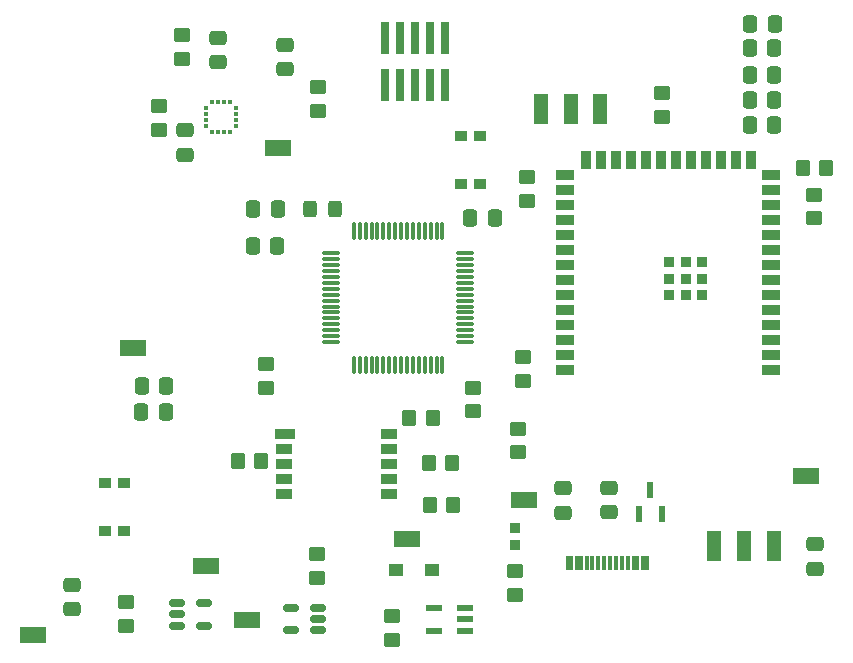
<source format=gbr>
%TF.GenerationSoftware,KiCad,Pcbnew,8.0.7*%
%TF.CreationDate,2024-12-23T22:44:15-05:00*%
%TF.ProjectId,OverSoon,4f766572-536f-46f6-9e2e-6b696361645f,rev?*%
%TF.SameCoordinates,Original*%
%TF.FileFunction,Paste,Top*%
%TF.FilePolarity,Positive*%
%FSLAX46Y46*%
G04 Gerber Fmt 4.6, Leading zero omitted, Abs format (unit mm)*
G04 Created by KiCad (PCBNEW 8.0.7) date 2024-12-23 22:44:15*
%MOMM*%
%LPD*%
G01*
G04 APERTURE LIST*
G04 Aperture macros list*
%AMRoundRect*
0 Rectangle with rounded corners*
0 $1 Rounding radius*
0 $2 $3 $4 $5 $6 $7 $8 $9 X,Y pos of 4 corners*
0 Add a 4 corners polygon primitive as box body*
4,1,4,$2,$3,$4,$5,$6,$7,$8,$9,$2,$3,0*
0 Add four circle primitives for the rounded corners*
1,1,$1+$1,$2,$3*
1,1,$1+$1,$4,$5*
1,1,$1+$1,$6,$7*
1,1,$1+$1,$8,$9*
0 Add four rect primitives between the rounded corners*
20,1,$1+$1,$2,$3,$4,$5,0*
20,1,$1+$1,$4,$5,$6,$7,0*
20,1,$1+$1,$6,$7,$8,$9,0*
20,1,$1+$1,$8,$9,$2,$3,0*%
G04 Aperture macros list end*
%ADD10RoundRect,0.250000X-0.475000X0.337500X-0.475000X-0.337500X0.475000X-0.337500X0.475000X0.337500X0*%
%ADD11RoundRect,0.250000X-0.337500X-0.475000X0.337500X-0.475000X0.337500X0.475000X-0.337500X0.475000X0*%
%ADD12RoundRect,0.250000X0.450000X-0.350000X0.450000X0.350000X-0.450000X0.350000X-0.450000X-0.350000X0*%
%ADD13R,0.930000X0.910000*%
%ADD14RoundRect,0.250000X0.350000X0.450000X-0.350000X0.450000X-0.350000X-0.450000X0.350000X-0.450000X0*%
%ADD15RoundRect,0.250000X-0.450000X0.350000X-0.450000X-0.350000X0.450000X-0.350000X0.450000X0.350000X0*%
%ADD16RoundRect,0.250000X0.475000X-0.337500X0.475000X0.337500X-0.475000X0.337500X-0.475000X-0.337500X0*%
%ADD17R,0.450000X0.300000*%
%ADD18R,0.300000X0.450000*%
%ADD19R,1.200000X2.500000*%
%ADD20R,0.558800X1.320800*%
%ADD21R,1.676400X0.863600*%
%ADD22R,1.422400X0.863600*%
%ADD23R,2.200000X1.400000*%
%ADD24RoundRect,0.250000X-0.350000X-0.450000X0.350000X-0.450000X0.350000X0.450000X-0.350000X0.450000X0*%
%ADD25R,0.650000X2.760000*%
%ADD26RoundRect,0.150000X-0.512500X-0.150000X0.512500X-0.150000X0.512500X0.150000X-0.512500X0.150000X0*%
%ADD27R,1.500000X0.900000*%
%ADD28R,0.900000X1.500000*%
%ADD29R,0.900000X0.900000*%
%ADD30RoundRect,0.250000X0.325000X0.450000X-0.325000X0.450000X-0.325000X-0.450000X0.325000X-0.450000X0*%
%ADD31R,1.320800X0.508000*%
%ADD32R,0.990600X0.889000*%
%ADD33RoundRect,0.150000X0.512500X0.150000X-0.512500X0.150000X-0.512500X-0.150000X0.512500X-0.150000X0*%
%ADD34RoundRect,0.250000X0.337500X0.475000X-0.337500X0.475000X-0.337500X-0.475000X0.337500X-0.475000X0*%
%ADD35RoundRect,0.075000X-0.662500X-0.075000X0.662500X-0.075000X0.662500X0.075000X-0.662500X0.075000X0*%
%ADD36RoundRect,0.075000X-0.075000X-0.662500X0.075000X-0.662500X0.075000X0.662500X-0.075000X0.662500X0*%
%ADD37R,0.300000X1.150000*%
%ADD38R,1.143000X1.092200*%
G04 APERTURE END LIST*
D10*
%TO.C,C3*%
X217246200Y-137980600D03*
X217246200Y-140055600D03*
%TD*%
D11*
%TO.C,C11*%
X209346800Y-115138200D03*
X211421800Y-115138200D03*
%TD*%
D12*
%TO.C,R15*%
X213817200Y-128879600D03*
X213817200Y-126879600D03*
%TD*%
D13*
%TO.C,D1*%
X213106000Y-141304200D03*
X213106000Y-142824200D03*
%TD*%
D14*
%TO.C,R12*%
X239496600Y-110871000D03*
X237496600Y-110871000D03*
%TD*%
D15*
%TO.C,R13*%
X225577400Y-104546400D03*
X225577400Y-106546400D03*
%TD*%
D16*
%TO.C,C9*%
X187960000Y-101904800D03*
X187960000Y-99829800D03*
%TD*%
D17*
%TO.C,U6*%
X186964400Y-105777600D03*
X186964400Y-106277600D03*
X186964400Y-106777600D03*
X186964400Y-107277600D03*
D18*
X187489400Y-107802600D03*
X187989400Y-107802600D03*
X188489400Y-107802600D03*
X188989400Y-107802600D03*
D17*
X189514400Y-107277600D03*
X189514400Y-106777600D03*
X189514400Y-106277600D03*
X189514400Y-105777600D03*
D18*
X188989400Y-105252600D03*
X188489400Y-105252600D03*
X187989400Y-105252600D03*
X187489400Y-105252600D03*
%TD*%
D10*
%TO.C,C8*%
X185191400Y-107653000D03*
X185191400Y-109728000D03*
%TD*%
D19*
%TO.C,SW2*%
X220355800Y-105899400D03*
X217855800Y-105899400D03*
X215355800Y-105899400D03*
%TD*%
D20*
%TO.C,U2*%
X223621600Y-140182600D03*
X225552000Y-140182600D03*
X224586800Y-138150600D03*
%TD*%
D21*
%TO.C,U5*%
X193700400Y-133389350D03*
D22*
X193573400Y-134659350D03*
X193573400Y-135929350D03*
X193573400Y-137199350D03*
X193573400Y-138469350D03*
X202514200Y-138469350D03*
X202514200Y-137199350D03*
X202514200Y-135929350D03*
X202514200Y-134659350D03*
X202514200Y-133389350D03*
%TD*%
D23*
%TO.C,TP7*%
X193040000Y-109194600D03*
%TD*%
D24*
%TO.C,R6*%
X205848200Y-135839200D03*
X207848200Y-135839200D03*
%TD*%
D25*
%TO.C,J3*%
X207238600Y-99822000D03*
X207238600Y-103862000D03*
X205968600Y-99822000D03*
X205968600Y-103862000D03*
X204698600Y-99822000D03*
X204698600Y-103862000D03*
X203428600Y-99822000D03*
X203428600Y-103862000D03*
X202158600Y-99822000D03*
X202158600Y-103862000D03*
%TD*%
D23*
%TO.C,TP5*%
X190474600Y-149174200D03*
%TD*%
D14*
%TO.C,R19*%
X191668400Y-135661400D03*
X189668400Y-135661400D03*
%TD*%
D10*
%TO.C,C2*%
X238582200Y-142722600D03*
X238582200Y-144797600D03*
%TD*%
D12*
%TO.C,R3*%
X213360000Y-134924800D03*
X213360000Y-132924800D03*
%TD*%
D19*
%TO.C,SW1*%
X235033400Y-142831000D03*
X232533400Y-142831000D03*
X230033400Y-142831000D03*
%TD*%
D26*
%TO.C,U3*%
X184561900Y-147716200D03*
X184561900Y-148666200D03*
X184561900Y-149616200D03*
X186836900Y-149616200D03*
X186836900Y-147716200D03*
%TD*%
D15*
%TO.C,R16*%
X192074800Y-127457200D03*
X192074800Y-129457200D03*
%TD*%
D16*
%TO.C,C10*%
X193675000Y-102514400D03*
X193675000Y-100439400D03*
%TD*%
D27*
%TO.C,U7*%
X234860800Y-127970600D03*
X234860800Y-126700600D03*
X234860800Y-125430600D03*
X234860800Y-124160600D03*
X234860800Y-122890600D03*
X234860800Y-121620600D03*
X234860800Y-120350600D03*
X234860800Y-119080600D03*
X234860800Y-117810600D03*
X234860800Y-116540600D03*
X234860800Y-115270600D03*
X234860800Y-114000600D03*
X234860800Y-112730600D03*
X234860800Y-111460600D03*
D28*
X233095800Y-110210600D03*
X231825800Y-110210600D03*
X230555800Y-110210600D03*
X229285800Y-110210600D03*
X228015800Y-110210600D03*
X226745800Y-110210600D03*
X225475800Y-110210600D03*
X224205800Y-110210600D03*
X222935800Y-110210600D03*
X221665800Y-110210600D03*
X220395800Y-110210600D03*
X219125800Y-110210600D03*
D27*
X217360800Y-111460600D03*
X217360800Y-112730600D03*
X217360800Y-114000600D03*
X217360800Y-115270600D03*
X217360800Y-116540600D03*
X217360800Y-117810600D03*
X217360800Y-119080600D03*
X217360800Y-120350600D03*
X217360800Y-121620600D03*
X217360800Y-122890600D03*
X217360800Y-124160600D03*
X217360800Y-125430600D03*
X217360800Y-126700600D03*
X217360800Y-127970600D03*
D29*
X227610800Y-120250600D03*
X229010800Y-120250600D03*
X226210800Y-120250600D03*
X229010800Y-118850600D03*
X227610800Y-118850600D03*
X226210800Y-118850600D03*
X229010800Y-121650600D03*
X227610800Y-121650600D03*
X226210800Y-121650600D03*
%TD*%
D15*
%TO.C,R5*%
X196418200Y-143560800D03*
X196418200Y-145560800D03*
%TD*%
D30*
%TO.C,L1*%
X197866000Y-114300000D03*
X195816000Y-114300000D03*
%TD*%
D11*
%TO.C,C14*%
X233037200Y-102997000D03*
X235112200Y-102997000D03*
%TD*%
D24*
%TO.C,R7*%
X205917800Y-139395200D03*
X207917800Y-139395200D03*
%TD*%
D16*
%TO.C,C1*%
X221107000Y-140026300D03*
X221107000Y-137951300D03*
%TD*%
D12*
%TO.C,R11*%
X238480600Y-115138200D03*
X238480600Y-113138200D03*
%TD*%
D23*
%TO.C,TP8*%
X180822600Y-126085600D03*
%TD*%
D15*
%TO.C,R10*%
X184937400Y-99593400D03*
X184937400Y-101593400D03*
%TD*%
D23*
%TO.C,TP3*%
X213868000Y-138963400D03*
%TD*%
D15*
%TO.C,R9*%
X182981600Y-105654600D03*
X182981600Y-107654600D03*
%TD*%
D31*
%TO.C,U1*%
X208915000Y-150022601D03*
X208915000Y-149072600D03*
X208915000Y-148122599D03*
X206324200Y-148122599D03*
X206324200Y-150022601D03*
%TD*%
D11*
%TO.C,C16*%
X233023700Y-107264200D03*
X235098700Y-107264200D03*
%TD*%
D12*
%TO.C,R1*%
X213106000Y-146989800D03*
X213106000Y-144989800D03*
%TD*%
D15*
%TO.C,R18*%
X214147400Y-111665000D03*
X214147400Y-113665000D03*
%TD*%
D23*
%TO.C,TP2*%
X237820200Y-136956800D03*
%TD*%
D32*
%TO.C,U10*%
X208584800Y-108153200D03*
X210184802Y-108153200D03*
X208584800Y-112253196D03*
X210184802Y-112253196D03*
%TD*%
%TO.C,U9*%
X178460400Y-137505004D03*
X180060402Y-137505004D03*
X178460400Y-141605000D03*
X180060402Y-141605000D03*
%TD*%
D33*
%TO.C,U4*%
X196438100Y-149997200D03*
X196438100Y-149047200D03*
X196438100Y-148097200D03*
X194163100Y-148097200D03*
X194163100Y-149997200D03*
%TD*%
D34*
%TO.C,C5*%
X183616600Y-129311400D03*
X181541600Y-129311400D03*
%TD*%
%TO.C,C7*%
X183591200Y-131495800D03*
X181516200Y-131495800D03*
%TD*%
D35*
%TO.C,U11*%
X197588300Y-118093800D03*
X197588300Y-118593800D03*
X197588300Y-119093800D03*
X197588300Y-119593800D03*
X197588300Y-120093800D03*
X197588300Y-120593800D03*
X197588300Y-121093800D03*
X197588300Y-121593800D03*
X197588300Y-122093800D03*
X197588300Y-122593800D03*
X197588300Y-123093800D03*
X197588300Y-123593800D03*
X197588300Y-124093800D03*
X197588300Y-124593800D03*
X197588300Y-125093800D03*
X197588300Y-125593800D03*
D36*
X199500800Y-127506300D03*
X200000800Y-127506300D03*
X200500800Y-127506300D03*
X201000800Y-127506300D03*
X201500800Y-127506300D03*
X202000800Y-127506300D03*
X202500800Y-127506300D03*
X203000800Y-127506300D03*
X203500800Y-127506300D03*
X204000800Y-127506300D03*
X204500800Y-127506300D03*
X205000800Y-127506300D03*
X205500800Y-127506300D03*
X206000800Y-127506300D03*
X206500800Y-127506300D03*
X207000800Y-127506300D03*
D35*
X208913300Y-125593800D03*
X208913300Y-125093800D03*
X208913300Y-124593800D03*
X208913300Y-124093800D03*
X208913300Y-123593800D03*
X208913300Y-123093800D03*
X208913300Y-122593800D03*
X208913300Y-122093800D03*
X208913300Y-121593800D03*
X208913300Y-121093800D03*
X208913300Y-120593800D03*
X208913300Y-120093800D03*
X208913300Y-119593800D03*
X208913300Y-119093800D03*
X208913300Y-118593800D03*
X208913300Y-118093800D03*
D36*
X207000800Y-116181300D03*
X206500800Y-116181300D03*
X206000800Y-116181300D03*
X205500800Y-116181300D03*
X205000800Y-116181300D03*
X204500800Y-116181300D03*
X204000800Y-116181300D03*
X203500800Y-116181300D03*
X203000800Y-116181300D03*
X202500800Y-116181300D03*
X202000800Y-116181300D03*
X201500800Y-116181300D03*
X201000800Y-116181300D03*
X200500800Y-116181300D03*
X200000800Y-116181300D03*
X199500800Y-116181300D03*
%TD*%
D15*
%TO.C,R14*%
X209600800Y-129463800D03*
X209600800Y-131463800D03*
%TD*%
D24*
%TO.C,R8*%
X204197200Y-132054600D03*
X206197200Y-132054600D03*
%TD*%
D11*
%TO.C,C15*%
X233023700Y-105130600D03*
X235098700Y-105130600D03*
%TD*%
D34*
%TO.C,C6*%
X235120000Y-98653600D03*
X233045000Y-98653600D03*
%TD*%
D11*
%TO.C,C17*%
X233037200Y-100736400D03*
X235112200Y-100736400D03*
%TD*%
D23*
%TO.C,TP6*%
X204040100Y-142290800D03*
%TD*%
%TO.C,TP1*%
X172364400Y-150393400D03*
%TD*%
D15*
%TO.C,R2*%
X202742800Y-148834600D03*
X202742800Y-150834600D03*
%TD*%
D37*
%TO.C,J2*%
X217606600Y-144327600D03*
X218406600Y-144327600D03*
X219706600Y-144327600D03*
X220706600Y-144327600D03*
X221206600Y-144327600D03*
X222206600Y-144327600D03*
X223506600Y-144327600D03*
X224306600Y-144327600D03*
X224006600Y-144327600D03*
X223206600Y-144327600D03*
X222706600Y-144327600D03*
X221706600Y-144327600D03*
X220206600Y-144327600D03*
X219206600Y-144327600D03*
X218706600Y-144327600D03*
X217906600Y-144327600D03*
%TD*%
D38*
%TO.C,CR1*%
X203034900Y-144932400D03*
X206108300Y-144932400D03*
%TD*%
D34*
%TO.C,C13*%
X193040000Y-114300000D03*
X190965000Y-114300000D03*
%TD*%
D16*
%TO.C,C4*%
X175666400Y-148234400D03*
X175666400Y-146159400D03*
%TD*%
D15*
%TO.C,R4*%
X180213000Y-147650200D03*
X180213000Y-149650200D03*
%TD*%
D34*
%TO.C,C12*%
X193014600Y-117449600D03*
X190939600Y-117449600D03*
%TD*%
D15*
%TO.C,R17*%
X196500000Y-104000000D03*
X196500000Y-106000000D03*
%TD*%
D23*
%TO.C,TP4*%
X186969400Y-144576800D03*
%TD*%
M02*

</source>
